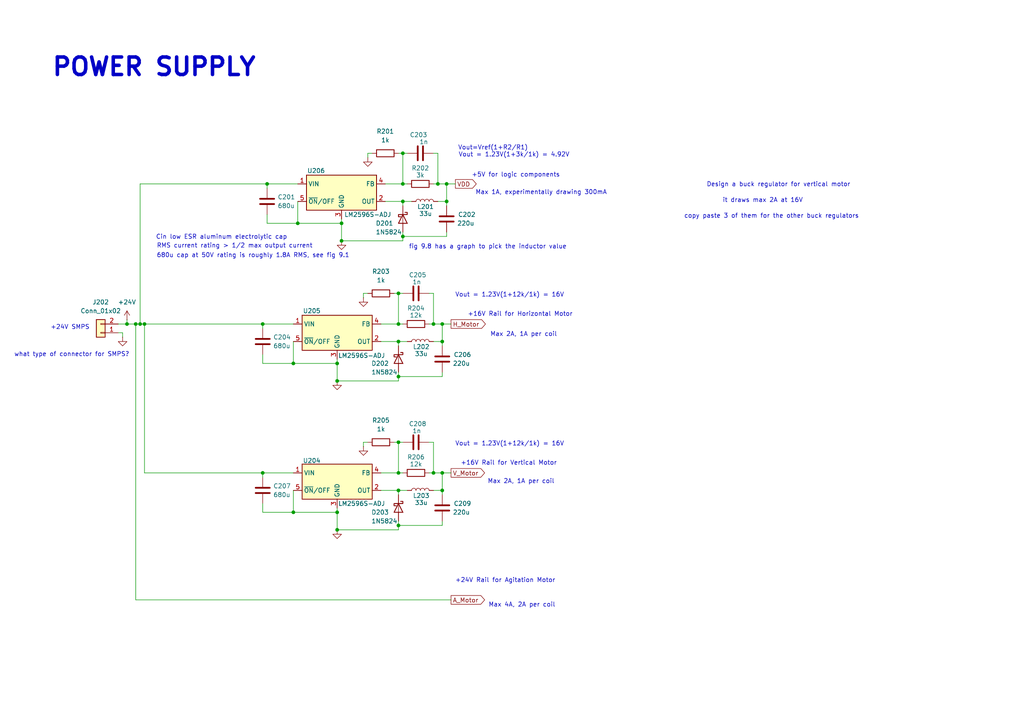
<source format=kicad_sch>
(kicad_sch (version 20250114) (generator "eeschema") (generator_version "9.0")
  (paper "A4")
  (lib_symbols
    (symbol "Connector_Generic:Conn_01x02" (pin_names (offset 1.016) (hide yes))
      (property "Reference" "J" (at 0 2.54 0))
      (property "Value" "Conn_01x02" (at 0 -5.08 0))
      (symbol "Conn_01x02_1_1"
        (rectangle (start -1.27 1.27) (end 1.27 -3.81) (stroke (width 0.254)) (fill (type background)))
        (rectangle (start -1.27 0.127) (end 0 -0.127) (stroke (width 0.1524)))
        (rectangle (start -1.27 -2.413) (end 0 -2.667) (stroke (width 0.1524)))
        (pin passive line (at -5.08 0 0) (length 3.81) (name "Pin_1") (number "1"))
        (pin passive line (at -5.08 -2.54 0) (length 3.81) (name "Pin_2") (number "2"))
      )
    )
    (symbol "Device:C" (pin_numbers (hide yes)) (pin_names (offset 0.254))
      (property "Reference" "C" (at 0.635 2.54 0))
      (property "Value" "C" (at 0.635 -2.54 0))
      (symbol "C_0_1"
        (polyline (pts (xy -2.032 0.762) (xy 2.032 0.762)) (stroke (width 0.508)))
        (polyline (pts (xy -2.032 -0.762) (xy 2.032 -0.762)) (stroke (width 0.508)))
      )
      (symbol "C_1_1"
        (pin passive line (at 0 3.81 270) (length 2.794) (name "~") (number "1"))
        (pin passive line (at 0 -3.81 90) (length 2.794) (name "~") (number "2"))
      )
    )
    (symbol "Device:D_Schottky" (pin_numbers (hide yes)) (pin_names (offset 1.016) (hide yes))
      (property "Reference" "D" (at 0 2.54 0))
      (property "Value" "D_Schottky" (at 0 -2.54 0))
      (symbol "D_Schottky_0_1"
        (polyline (pts (xy -1.905 0.635) (xy -1.905 1.27) (xy -1.27 1.27) (xy -1.27 -1.27) (xy -0.635 -1.27) (xy -0.635 -0.635)) (stroke (width 0.254)))
        (polyline (pts (xy 1.27 1.27) (xy 1.27 -1.27) (xy -1.27 0) (xy 1.27 1.27)) (stroke (width 0.254)))
        (polyline (pts (xy 1.27 0) (xy -1.27 0)))
      )
      (symbol "D_Schottky_1_1"
        (pin passive line (at -3.81 0 0) (length 2.54) (name "K") (number "1"))
        (pin passive line (at 3.81 0 180) (length 2.54) (name "A") (number "2"))
      )
    )
    (symbol "Device:L" (pin_numbers (hide yes)) (pin_names (offset 1.016) (hide yes))
      (property "Reference" "L" (at -1.27 0 90))
      (property "Value" "L" (at 1.905 0 90))
      (symbol "L_0_1"
        (arc (start 0 2.54) (mid 0.6323 1.905) (end 0 1.27))
        (arc (start 0 1.27) (mid 0.6323 0.635) (end 0 0))
        (arc (start 0 0) (mid 0.6323 -0.635) (end 0 -1.27))
        (arc (start 0 -1.27) (mid 0.6323 -1.905) (end 0 -2.54))
      )
      (symbol "L_1_1"
        (pin passive line (at 0 3.81 270) (length 1.27) (name "1") (number "1"))
        (pin passive line (at 0 -3.81 90) (length 1.27) (name "2") (number "2"))
      )
    )
    (symbol "Device:R" (pin_numbers (hide yes)) (pin_names (offset 0))
      (property "Reference" "R" (at 2.032 0 90))
      (property "Value" "R" (at 0 0 90))
      (symbol "R_0_1"
        (rectangle (start -1.016 -2.54) (end 1.016 2.54) (stroke (width 0.254)))
      )
      (symbol "R_1_1"
        (pin passive line (at 0 3.81 270) (length 1.27) (name "~") (number "1"))
        (pin passive line (at 0 -3.81 90) (length 1.27) (name "~") (number "2"))
      )
    )
    (symbol "Regulator_Switching:LM2596S-ADJ"
      (property "Reference" "U" (at -10.16 6.35 0))
      (property "Value" "LM2596S-ADJ" (at 0 6.35 0))
      (symbol "LM2596S-ADJ_0_1"
        (rectangle (start -10.16 5.08) (end 10.16 -5.08) (stroke (width 0.254)) (fill (type background)))
      )
      (symbol "LM2596S-ADJ_1_1"
        (pin power_in line (at -12.7 2.54 0) (length 2.54) (name "VIN") (number "1"))
        (pin input line (at -12.7 -2.54 0) (length 2.54) (name "~{ON}/OFF") (number "5"))
        (pin power_in line (at 0 -7.62 90) (length 2.54) (name "GND") (number "3"))
        (pin input line (at 12.7 2.54 180) (length 2.54) (name "FB") (number "4"))
        (pin output line (at 12.7 -2.54 180) (length 2.54) (name "OUT") (number "2"))
      )
    )
    (symbol "power:+24V" (power) (pin_numbers (hide yes)) (pin_names (offset 0) (hide yes))
      (property "Value" "+24V" (at 0 3.556 0))
      (symbol "+24V_0_1"
        (polyline (pts (xy -0.762 1.27) (xy 0 2.54)))
        (polyline (pts (xy 0 2.54) (xy 0.762 1.27)))
        (polyline (pts (xy 0 0) (xy 0 2.54)))
      )
      (symbol "+24V_1_1"
        (pin power_in line (at 0 0 90) (length 0) (name "~") (number "1"))
      )
    )
    (symbol "power:GND" (power) (pin_numbers (hide yes)) (pin_names (offset 0) (hide yes))
      (property "Value" "GND" (at 0 -3.81 0))
      (symbol "GND_0_1"
        (polyline (pts (xy 0 0) (xy 0 -1.27) (xy 1.27 -1.27) (xy 0 -2.54) (xy -1.27 -1.27) (xy 0 -1.27)))
      )
      (symbol "GND_1_1"
        (pin power_in line (at 0 0 270) (length 0) (name "~") (number "1"))
      )
    )
  )
  (text "Cin low ESR aluminum electrolytic cap" (at 64.262 68.834 0) (effects (font (size 1.27 1.27))))
  (text "what type of connector for SMPS?" (at 20.828 102.87 0) (effects (font (size 1.27 1.27))))
  (text "Max 1A, experimentally drawing 300mA" (at 156.972 55.88 0) (effects (font (size 1.27 1.27))))
  (text "680u cap at 50V rating is roughly 1.8A RMS, see fig 9.1" (at 73.406 74.168 0) (effects (font (size 1.27 1.27))))
  (text "it draws max 2A at 16V" (at 221.234 58.166 0) (effects (font (size 1.27 1.27))))
  (text "+5V for logic components" (at 149.606 50.8 0) (effects (font (size 1.27 1.27))))
  (text "Design a buck regulator for vertical motor\n" (at 225.806 53.594 0) (effects (font (size 1.27 1.27))))
  (text "+16V Rail for Horizontal Motor" (at 150.876 91.186 0) (effects (font (size 1.27 1.27))))
  (text "+24V SMPS" (at 20.32 94.996 0) (effects (font (size 1.27 1.27))))
  (text "copy paste 3 of them for the other buck regulators\n" (at 223.774 62.738 0) (effects (font (size 1.27 1.27))))
  (text "Vout=Vref(1+R2/R1)" (at 143.002 42.926 0) (effects (font (size 1.27 1.27))))
  (text "Max 4A, 2A per coil" (at 151.384 175.514 0) (effects (font (size 1.27 1.27))))
  (text "POWER SUPPLY" (at 44.704 19.558 0) (effects (font (size 5.08 5.08) (thickness 1.016) (bold yes))))
  (text "Vout = 1.23V(1+12k/1k) = 16V" (at 147.828 128.778 0) (effects (font (size 1.27 1.27))))
  (text "Max 2A, 1A per coil" (at 151.892 97.028 0) (effects (font (size 1.27 1.27))))
  (text "Max 2A, 1A per coil" (at 151.13 139.7 0) (effects (font (size 1.27 1.27))))
  (text "Vout = 1.23V(1+3k/1k) = 4.92V" (at 149.098 44.958 0) (effects (font (size 1.27 1.27))))
  (text "RMS current rating > 1/2 max output current" (at 68.072 71.374 0) (effects (font (size 1.27 1.27))))
  (text "+16V Rail for Vertical Motor" (at 147.574 134.366 0) (effects (font (size 1.27 1.27))))
  (text "fig 9.8 has a graph to pick the inductor value" (at 141.478 71.628 0) (effects (font (size 1.27 1.27))))
  (text "+24V Rail for Agitation Motor" (at 146.558 168.402 0) (effects (font (size 1.27 1.27))))
  (text "Vout = 1.23V(1+12k/1k) = 16V" (at 147.828 85.598 0) (effects (font (size 1.27 1.27))))
  (junction (at 40.64 93.98))
  (junction (at 97.79 110.49))
  (junction (at 36.83 93.98))
  (junction (at 97.79 105.41))
  (junction (at 129.54 53.34))
  (junction (at 39.37 93.98))
  (junction (at 86.36 64.77))
  (junction (at 116.84 53.34))
  (junction (at 85.09 148.59))
  (junction (at 128.27 142.24))
  (junction (at 115.57 152.4))
  (junction (at 115.57 93.98))
  (junction (at 115.57 109.22))
  (junction (at 116.84 68.58))
  (junction (at 115.57 142.24))
  (junction (at 115.57 128.27))
  (junction (at 116.84 44.45))
  (junction (at 128.27 137.16))
  (junction (at 97.79 148.59))
  (junction (at 115.57 85.09))
  (junction (at 97.79 153.67))
  (junction (at 115.57 99.06))
  (junction (at 115.57 137.16))
  (junction (at 99.06 69.85))
  (junction (at 125.73 93.98))
  (junction (at 129.54 58.42))
  (junction (at 125.73 137.16))
  (junction (at 128.27 93.98))
  (junction (at 76.2 93.98))
  (junction (at 77.47 53.34))
  (junction (at 127 53.34))
  (junction (at 116.84 58.42))
  (junction (at 99.06 64.77))
  (junction (at 85.09 105.41))
  (junction (at 41.91 93.98))
  (junction (at 76.2 137.16))
  (junction (at 128.27 99.06))
  (wire (pts (xy 106.68 44.45) (xy 106.68 45.72)))
  (wire (pts (xy 76.2 138.43) (xy 76.2 137.16)))
  (wire (pts (xy 115.57 107.95) (xy 115.57 109.22)))
  (wire (pts (xy 115.57 152.4) (xy 128.27 152.4)))
  (wire (pts (xy 115.57 151.13) (xy 115.57 152.4)))
  (wire (pts (xy 115.57 137.16) (xy 115.57 128.27)))
  (wire (pts (xy 115.57 85.09) (xy 116.84 85.09)))
  (wire (pts (xy 76.2 95.25) (xy 76.2 93.98)))
  (wire (pts (xy 39.37 173.99) (xy 130.81 173.99)))
  (wire (pts (xy 110.49 99.06) (xy 115.57 99.06)))
  (wire (pts (xy 76.2 148.59) (xy 85.09 148.59)))
  (wire (pts (xy 76.2 93.98) (xy 85.09 93.98)))
  (wire (pts (xy 128.27 137.16) (xy 128.27 142.24)))
  (wire (pts (xy 127 58.42) (xy 129.54 58.42)))
  (wire (pts (xy 125.73 44.45) (xy 127 44.45)))
  (wire (pts (xy 116.84 69.85) (xy 99.06 69.85)))
  (wire (pts (xy 116.84 67.31) (xy 116.84 68.58)))
  (wire (pts (xy 36.83 92.71) (xy 36.83 93.98)))
  (wire (pts (xy 76.2 137.16) (xy 85.09 137.16)))
  (wire (pts (xy 115.57 153.67) (xy 97.79 153.67)))
  (wire (pts (xy 115.57 85.09) (xy 114.3 85.09)))
  (wire (pts (xy 115.57 128.27) (xy 116.84 128.27)))
  (wire (pts (xy 85.09 99.06) (xy 85.09 105.41)))
  (wire (pts (xy 116.84 44.45) (xy 115.57 44.45)))
  (wire (pts (xy 110.49 142.24) (xy 115.57 142.24)))
  (wire (pts (xy 127 53.34) (xy 125.73 53.34)))
  (wire (pts (xy 105.41 128.27) (xy 105.41 129.54)))
  (wire (pts (xy 85.09 105.41) (xy 97.79 105.41)))
  (wire (pts (xy 115.57 99.06) (xy 118.11 99.06)))
  (wire (pts (xy 97.79 148.59) (xy 97.79 153.67)))
  (wire (pts (xy 128.27 93.98) (xy 128.27 99.06)))
  (wire (pts (xy 77.47 53.34) (xy 86.36 53.34)))
  (wire (pts (xy 128.27 137.16) (xy 130.81 137.16)))
  (wire (pts (xy 105.41 85.09) (xy 105.41 86.36)))
  (wire (pts (xy 129.54 58.42) (xy 129.54 59.69)))
  (wire (pts (xy 125.73 142.24) (xy 128.27 142.24)))
  (wire (pts (xy 97.79 148.59) (xy 97.79 147.32)))
  (wire (pts (xy 115.57 109.22) (xy 115.57 110.49)))
  (wire (pts (xy 115.57 110.49) (xy 97.79 110.49)))
  (wire (pts (xy 115.57 142.24) (xy 118.11 142.24)))
  (wire (pts (xy 127 44.45) (xy 127 53.34)))
  (wire (pts (xy 115.57 137.16) (xy 116.84 137.16)))
  (wire (pts (xy 97.79 105.41) (xy 97.79 110.49)))
  (wire (pts (xy 76.2 146.05) (xy 76.2 148.59)))
  (wire (pts (xy 129.54 53.34) (xy 132.08 53.34)))
  (wire (pts (xy 128.27 107.95) (xy 128.27 109.22)))
  (wire (pts (xy 116.84 68.58) (xy 116.84 69.85)))
  (wire (pts (xy 111.76 53.34) (xy 116.84 53.34)))
  (wire (pts (xy 36.83 93.98) (xy 39.37 93.98)))
  (wire (pts (xy 106.68 85.09) (xy 105.41 85.09)))
  (wire (pts (xy 40.64 93.98) (xy 40.64 53.34)))
  (wire (pts (xy 110.49 137.16) (xy 115.57 137.16)))
  (wire (pts (xy 116.84 53.34) (xy 118.11 53.34)))
  (wire (pts (xy 86.36 64.77) (xy 99.06 64.77)))
  (wire (pts (xy 124.46 85.09) (xy 125.73 85.09)))
  (wire (pts (xy 106.68 128.27) (xy 105.41 128.27)))
  (wire (pts (xy 110.49 93.98) (xy 115.57 93.98)))
  (wire (pts (xy 77.47 64.77) (xy 86.36 64.77)))
  (wire (pts (xy 128.27 99.06) (xy 128.27 100.33)))
  (wire (pts (xy 115.57 93.98) (xy 116.84 93.98)))
  (wire (pts (xy 116.84 53.34) (xy 116.84 44.45)))
  (wire (pts (xy 115.57 152.4) (xy 115.57 153.67)))
  (wire (pts (xy 128.27 142.24) (xy 128.27 143.51)))
  (wire (pts (xy 85.09 148.59) (xy 97.79 148.59)))
  (wire (pts (xy 127 53.34) (xy 129.54 53.34)))
  (wire (pts (xy 99.06 64.77) (xy 99.06 69.85)))
  (wire (pts (xy 99.06 64.77) (xy 99.06 63.5)))
  (wire (pts (xy 124.46 128.27) (xy 125.73 128.27)))
  (wire (pts (xy 125.73 93.98) (xy 128.27 93.98)))
  (wire (pts (xy 115.57 142.24) (xy 115.57 143.51)))
  (wire (pts (xy 125.73 128.27) (xy 125.73 137.16)))
  (wire (pts (xy 129.54 67.31) (xy 129.54 68.58)))
  (wire (pts (xy 76.2 102.87) (xy 76.2 105.41)))
  (wire (pts (xy 125.73 99.06) (xy 128.27 99.06)))
  (wire (pts (xy 115.57 99.06) (xy 115.57 100.33)))
  (wire (pts (xy 125.73 93.98) (xy 124.46 93.98)))
  (wire (pts (xy 107.95 44.45) (xy 106.68 44.45)))
  (wire (pts (xy 85.09 142.24) (xy 85.09 148.59)))
  (wire (pts (xy 35.56 97.79) (xy 35.56 96.52)))
  (wire (pts (xy 116.84 58.42) (xy 119.38 58.42)))
  (wire (pts (xy 35.56 96.52) (xy 34.29 96.52)))
  (wire (pts (xy 41.91 93.98) (xy 76.2 93.98)))
  (wire (pts (xy 77.47 54.61) (xy 77.47 53.34)))
  (wire (pts (xy 116.84 68.58) (xy 129.54 68.58)))
  (wire (pts (xy 76.2 105.41) (xy 85.09 105.41)))
  (wire (pts (xy 40.64 53.34) (xy 77.47 53.34)))
  (wire (pts (xy 77.47 62.23) (xy 77.47 64.77)))
  (wire (pts (xy 39.37 93.98) (xy 40.64 93.98)))
  (wire (pts (xy 115.57 109.22) (xy 128.27 109.22)))
  (wire (pts (xy 97.79 105.41) (xy 97.79 104.14)))
  (wire (pts (xy 39.37 93.98) (xy 39.37 173.99)))
  (wire (pts (xy 129.54 53.34) (xy 129.54 58.42)))
  (wire (pts (xy 116.84 58.42) (xy 116.84 59.69)))
  (wire (pts (xy 41.91 137.16) (xy 76.2 137.16)))
  (wire (pts (xy 125.73 137.16) (xy 124.46 137.16)))
  (wire (pts (xy 115.57 93.98) (xy 115.57 85.09)))
  (wire (pts (xy 116.84 44.45) (xy 118.11 44.45)))
  (wire (pts (xy 115.57 128.27) (xy 114.3 128.27)))
  (wire (pts (xy 111.76 58.42) (xy 116.84 58.42)))
  (wire (pts (xy 128.27 93.98) (xy 130.81 93.98)))
  (wire (pts (xy 86.36 58.42) (xy 86.36 64.77)))
  (wire (pts (xy 34.29 93.98) (xy 36.83 93.98)))
  (wire (pts (xy 125.73 85.09) (xy 125.73 93.98)))
  (wire (pts (xy 41.91 93.98) (xy 41.91 137.16)))
  (wire (pts (xy 128.27 151.13) (xy 128.27 152.4)))
  (wire (pts (xy 40.64 93.98) (xy 41.91 93.98)))
  (wire (pts (xy 125.73 137.16) (xy 128.27 137.16)))
  (global_label "H_Motor" (shape output) (at 130.81 93.98 0) (property "Intersheetrefs" "${INTERSHEET_REFS}" (effects (hide yes))))
  (global_label "A_Motor" (shape output) (at 130.81 173.99 0) (property "Intersheetrefs" "${INTERSHEET_REFS}" (effects (hide yes))))
  (global_label "VDD" (shape output) (at 132.08 53.34 0) (property "Intersheetrefs" "${INTERSHEET_REFS}" (effects (hide yes))))
  (global_label "V_Motor" (shape output) (at 130.81 137.16 0) (property "Intersheetrefs" "${INTERSHEET_REFS}" (effects (hide yes))))
  (symbol (lib_id "Device:D_Schottky") (at 115.57 104.14 270) (unit 1)
    (property "Reference" "D202" (at 107.696 105.41 90) (effects (justify left)))
    (property "Value" "1N5824" (at 107.696 107.95 90) (effects (justify left)))
    (property "Description" "Schottky diode" (effects (hide yes)))
  )
  (symbol (lib_id "Device:R") (at 120.65 137.16 90) (unit 1)
    (property "Reference" "R206" (at 120.65 132.588 90))
    (property "Value" "12k" (at 120.65 134.62 90))
    (property "Description" "Resistor" (effects (hide yes)))
  )
  (symbol (lib_id "Device:L") (at 121.92 99.06 90) (unit 1)
    (property "Reference" "L202" (at 122.174 100.584 90))
    (property "Value" "33u" (at 122.174 102.616 90))
    (property "Description" "Inductor" (effects (hide yes)))
  )
  (symbol (lib_id "Regulator_Switching:LM2596S-ADJ") (at 99.06 55.88 0) (unit 1)
    (property "Reference" "U206" (at 91.694 49.53 0))
    (property "Value" "LM2596S-ADJ" (at 106.68 62.23 0))
    (property "Footprint" "Package_TO_SOT_SMD:TO-263-5_TabPin3" (effects (hide yes)))
    (property "Datasheet" "http://www.ti.com/lit/ds/symlink/lm2596.pdf" (effects (hide yes)))
    (property "Description" "Adjustable 3A Step-Down Voltage Regulator, TO-263" (effects (hide yes)))
  )
  (symbol (lib_id "Regulator_Switching:LM2596S-ADJ") (at 97.79 96.52 0) (unit 1)
    (property "Reference" "U205" (at 90.424 90.17 0))
    (property "Value" "LM2596S-ADJ" (at 104.902 103.124 0))
    (property "Footprint" "Package_TO_SOT_SMD:TO-263-5_TabPin3" (effects (hide yes)))
    (property "Datasheet" "http://www.ti.com/lit/ds/symlink/lm2596.pdf" (effects (hide yes)))
    (property "Description" "Adjustable 3A Step-Down Voltage Regulator, TO-263" (effects (hide yes)))
  )
  (symbol (lib_id "Device:R") (at 110.49 128.27 90) (unit 1)
    (property "Reference" "R205" (at 110.49 121.92 90))
    (property "Value" "1k" (at 110.49 124.46 90))
    (property "Description" "Resistor" (effects (hide yes)))
  )
  (symbol (lib_id "Device:C") (at 120.65 128.27 90) (unit 1)
    (property "Reference" "C208" (at 123.698 122.936 90) (effects (justify left)))
    (property "Value" "1n" (at 122.174 124.968 90) (effects (justify left)))
    (property "Description" "Unpolarized capacitor" (effects (hide yes)))
  )
  (symbol (lib_id "Device:C") (at 76.2 99.06 0) (unit 1)
    (property "Reference" "C204" (at 79.248 97.79 0) (effects (justify left)))
    (property "Value" "680u" (at 79.248 100.33 0) (effects (justify left)))
    (property "Description" "Unpolarized capacitor" (effects (hide yes)))
  )
  (symbol (lib_id "Device:C") (at 77.47 58.42 0) (unit 1)
    (property "Reference" "C201" (at 80.518 57.15 0) (effects (justify left)))
    (property "Value" "680u" (at 80.518 59.69 0) (effects (justify left)))
    (property "Description" "Unpolarized capacitor" (effects (hide yes)))
  )
  (symbol (lib_id "Device:C") (at 121.92 44.45 90) (unit 1)
    (property "Reference" "C203" (at 123.952 39.116 90) (effects (justify left)))
    (property "Value" "1n" (at 124.206 41.148 90) (effects (justify left)))
    (property "Description" "Unpolarized capacitor" (effects (hide yes)))
  )
  (symbol (lib_id "Device:C") (at 120.65 85.09 90) (unit 1)
    (property "Reference" "C205" (at 123.698 79.756 90) (effects (justify left)))
    (property "Value" "1n" (at 122.174 81.788 90) (effects (justify left)))
    (property "Description" "Unpolarized capacitor" (effects (hide yes)))
  )
  (symbol (lib_id "power:GND") (at 35.56 97.79 0) (unit 1)
    (property "Reference" "#PWR0211" (effects (hide yes)))
    (property "Value" "GND" (effects (hide yes)))
    (property "Description" "Power symbol creates a global label with name \"GND\" , ground" (effects (hide yes)))
  )
  (symbol (lib_id "power:GND") (at 97.79 153.67 0) (unit 1)
    (property "Reference" "#PWR0209" (effects (hide yes)))
    (property "Value" "GND" (effects (hide yes)))
    (property "Description" "Power symbol creates a global label with name \"GND\" , ground" (effects (hide yes)))
  )
  (symbol (lib_id "Device:C") (at 128.27 104.14 0) (unit 1)
    (property "Reference" "C206" (at 131.572 102.87 0) (effects (justify left)))
    (property "Value" "220u" (at 131.318 105.41 0) (effects (justify left)))
    (property "Description" "Unpolarized capacitor" (effects (hide yes)))
  )
  (symbol (lib_id "Device:C") (at 128.27 147.32 0) (unit 1)
    (property "Reference" "C209" (at 131.572 146.05 0) (effects (justify left)))
    (property "Value" "220u" (at 131.318 148.59 0) (effects (justify left)))
    (property "Description" "Unpolarized capacitor" (effects (hide yes)))
  )
  (symbol (lib_id "power:GND") (at 105.41 129.54 0) (unit 1)
    (property "Reference" "#PWR0210" (effects (hide yes)))
    (property "Value" "GND" (effects (hide yes)))
    (property "Description" "Power symbol creates a global label with name \"GND\" , ground" (effects (hide yes)))
  )
  (symbol (lib_id "Device:L") (at 121.92 142.24 90) (unit 1)
    (property "Reference" "L203" (at 122.174 143.764 90))
    (property "Value" "33u" (at 122.174 145.796 90))
    (property "Description" "Inductor" (effects (hide yes)))
  )
  (symbol (lib_id "power:+24V") (at 36.83 92.71 0) (unit 1)
    (property "Reference" "#PWR0201" (effects (hide yes)))
    (property "Value" "+24V" (at 36.83 87.63 0))
    (property "Description" "Power symbol creates a global label with name \"+24V\"" (effects (hide yes)))
  )
  (symbol (lib_id "power:GND") (at 105.41 86.36 0) (unit 1)
    (property "Reference" "#PWR0208" (effects (hide yes)))
    (property "Value" "GND" (effects (hide yes)))
    (property "Description" "Power symbol creates a global label with name \"GND\" , ground" (effects (hide yes)))
  )
  (symbol (lib_id "Device:D_Schottky") (at 115.57 147.32 270) (unit 1)
    (property "Reference" "D203" (at 107.696 148.59 90) (effects (justify left)))
    (property "Value" "1N5824" (at 107.696 151.13 90) (effects (justify left)))
    (property "Description" "Schottky diode" (effects (hide yes)))
  )
  (symbol (lib_id "power:GND") (at 97.79 110.49 0) (unit 1)
    (property "Reference" "#PWR0207" (effects (hide yes)))
    (property "Value" "GND" (effects (hide yes)))
    (property "Description" "Power symbol creates a global label with name \"GND\" , ground" (effects (hide yes)))
  )
  (symbol (lib_id "Device:C") (at 76.2 142.24 0) (unit 1)
    (property "Reference" "C207" (at 79.248 140.97 0) (effects (justify left)))
    (property "Value" "680u" (at 79.248 143.51 0) (effects (justify left)))
    (property "Description" "Unpolarized capacitor" (effects (hide yes)))
  )
  (symbol (lib_id "Device:C") (at 129.54 63.5 0) (unit 1)
    (property "Reference" "C202" (at 132.842 62.23 0) (effects (justify left)))
    (property "Value" "220u" (at 132.588 64.77 0) (effects (justify left)))
    (property "Description" "Unpolarized capacitor" (effects (hide yes)))
  )
  (symbol (lib_id "power:GND") (at 106.68 45.72 0) (unit 1)
    (property "Reference" "#PWR0206" (effects (hide yes)))
    (property "Value" "GND" (effects (hide yes)))
    (property "Description" "Power symbol creates a global label with name \"GND\" , ground" (effects (hide yes)))
  )
  (symbol (lib_id "Device:R") (at 121.92 53.34 90) (unit 1)
    (property "Reference" "R202" (at 121.92 48.768 90))
    (property "Value" "3k" (at 121.92 50.8 90))
    (property "Description" "Resistor" (effects (hide yes)))
  )
  (symbol (lib_id "Device:L") (at 123.19 58.42 90) (unit 1)
    (property "Reference" "L201" (at 123.444 59.944 90))
    (property "Value" "33u" (at 123.444 61.976 90))
    (property "Description" "Inductor" (effects (hide yes)))
  )
  (symbol (lib_id "Device:R") (at 120.65 93.98 90) (unit 1)
    (property "Reference" "R204" (at 120.65 89.408 90))
    (property "Value" "12k" (at 120.65 91.44 90))
    (property "Description" "Resistor" (effects (hide yes)))
  )
  (symbol (lib_id "power:GND") (at 99.06 69.85 0) (unit 1)
    (property "Reference" "#PWR0205" (effects (hide yes)))
    (property "Value" "GND" (effects (hide yes)))
    (property "Description" "Power symbol creates a global label with name \"GND\" , ground" (effects (hide yes)))
  )
  (symbol (lib_id "Device:R") (at 111.76 44.45 90) (unit 1)
    (property "Reference" "R201" (at 111.76 38.1 90))
    (property "Value" "1k" (at 111.76 40.64 90))
    (property "Description" "Resistor" (effects (hide yes)))
  )
  (symbol (lib_id "Connector_Generic:Conn_01x02") (at 29.21 96.52 180) (unit 1)
    (property "Reference" "J202" (at 29.21 87.63 0))
    (property "Value" "Conn_01x02" (at 29.21 90.17 0))
    (property "Description" "Generic connector, single row, 01x02, script generated (kicad-library-utils/schlib/autogen/connector/)" (effects (hide yes)))
  )
  (symbol (lib_id "Device:R") (at 110.49 85.09 90) (unit 1)
    (property "Reference" "R203" (at 110.49 78.74 90))
    (property "Value" "1k" (at 110.49 81.28 90))
    (property "Description" "Resistor" (effects (hide yes)))
  )
  (symbol (lib_id "Device:D_Schottky") (at 116.84 63.5 270) (unit 1)
    (property "Reference" "D201" (at 108.966 64.77 90) (effects (justify left)))
    (property "Value" "1N5824" (at 108.966 67.31 90) (effects (justify left)))
    (property "Description" "Schottky diode" (effects (hide yes)))
  )
  (symbol (lib_id "Regulator_Switching:LM2596S-ADJ") (at 97.79 139.7 0) (unit 1)
    (property "Reference" "U204" (at 90.424 133.604 0))
    (property "Value" "LM2596S-ADJ" (at 104.902 146.05 0))
    (property "Footprint" "Package_TO_SOT_SMD:TO-263-5_TabPin3" (effects (hide yes)))
    (property "Datasheet" "http://www.ti.com/lit/ds/symlink/lm2596.pdf" (effects (hide yes)))
    (property "Description" "Adjustable 3A Step-Down Voltage Regulator, TO-263" (effects (hide yes)))
  )
)
</source>
